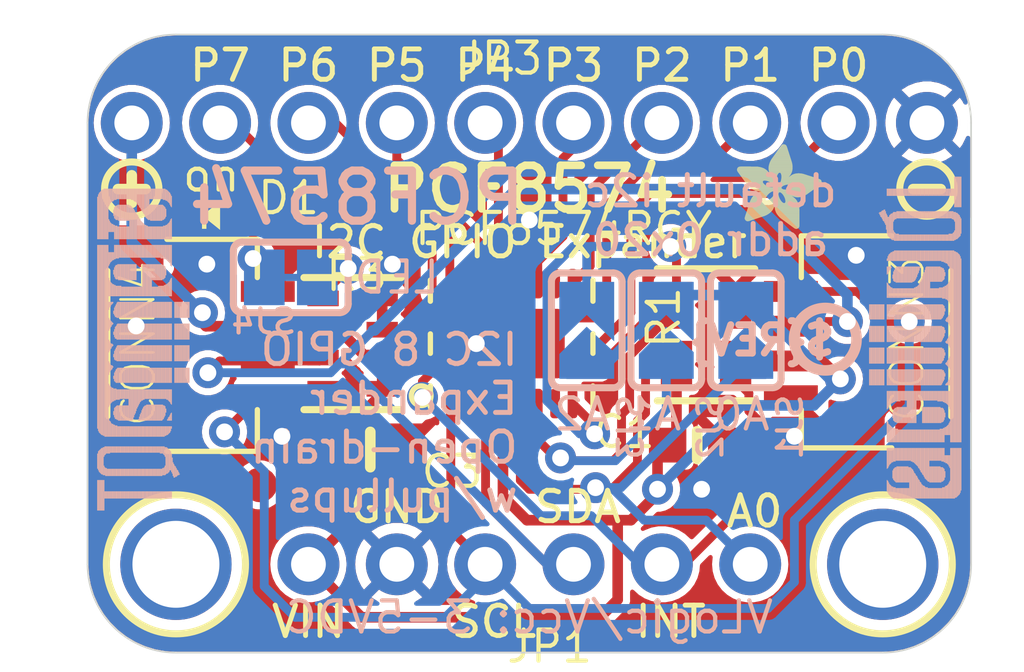
<source format=kicad_pcb>
(kicad_pcb (version 20221018) (generator pcbnew)
  (layers (0 "F.Cu" signal) (31 "B.Cu" signal) (34 "B.Paste" user) (35 "F.Paste" user) (36 "B.SilkS" user "B.Silkscreen") (37 "F.SilkS" user "F.Silkscreen") (38 "B.Mask" user) (39 "F.Mask" user) (44 "Edge.Cuts" user))
  (net 0 "")
  (net 1 "GND")
  (net 2 "SDA")
  (net 3 "SCL")
  (net 4 "INT")
  (net 5 "VCC")
  (net 6 "N$1")
  (net 7 "A0")
  (net 8 "A1")
  (net 9 "A2")
  (net 10 "P0")
  (net 11 "P1")
  (net 12 "P2")
  (net 13 "P3")
  (net 14 "P4")
  (net 15 "P5")
  (net 16 "P6")
  (net 17 "P7")
  (net 18 "N$2")
  (net 19 "N$3")
  (footprint "working:MOUNTINGHOLE_2.5_PLATED" (layer "F.Cu") (at 138.3411 111.3536)
    (fp_text reference "U$19" hide)
    (fp_text value "MOUNTINGHOLE2.5" hide)
    (pad "P$1" thru_hole circle (at 0 0) (size 3.2 3.2) (drill 2.5) (layers "*.Cu" "*.Mask"))
    (zone (net 0) (net_name "") (layer "F.Cu") (connect_pads (clearance 0)) (min_thickness 0.25)
      (keepout (tracks not_allowed) (vias not_allowed) (pads not_allowed) (copperpour not_allowed) (footprints allowed))
      (fill (thermal_gap 0.5) (thermal_bridge_width 0.5))
      (polygon (pts (xy 140.3571 111.3536) (xy 140.33748 111.073027) (xy 140.279004 110.797915) (xy 140.182808 110.533619) (xy 140.050765 110.285283) (xy 139.885446 110.05774) (xy 139.690067 109.85542) (xy 139.468433 109.68226) (xy 139.224856 109.541631) (xy 138.964078 109.43627) (xy 138.691175 109.368228) (xy 138.411457 109.338828) (xy 138.130371 109.348644) (xy 137.853385 109.397484) (xy 137.585893 109.484397) (xy 137.3331 109.607693) (xy 137.099926 109.76497) (xy 136.890911 109.953169) (xy 136.710122 110.168625) (xy 136.561078 110.407145) (xy 136.44668 110.664087) (xy 136.369154 110.93445) (xy 136.330011 111.212971) (xy 136.330011 111.494229) (xy 136.369154 111.77275) (xy 136.44668 112.043113) (xy 136.561078 112.300055) (xy 136.710122 112.538575) (xy 136.890911 112.754031) (xy 137.099926 112.94223) (xy 137.3331 113.099507) (xy 137.585893 113.222803) (xy 137.853385 113.309716) (xy 138.130371 113.358556) (xy 138.411457 113.368372) (xy 138.691175 113.338972) (xy 138.964078 113.27093) (xy 139.224856 113.165569) (xy 139.468433 113.02494) (xy 139.690067 112.85178) (xy 139.885446 112.64946) (xy 140.050765 112.421917) (xy 140.182808 112.173581) (xy 140.279004 111.909285) (xy 140.33748 111.634173)))
      (polygon (pts (xy 138.3251 111.3536) (xy 138.329786 111.364914) (xy 138.3411 111.3696) (xy 138.352414 111.364914) (xy 138.3571 111.3536) (xy 138.352414 111.342286) (xy 138.3411 111.3376) (xy 138.329786 111.342286)))
    )
    (zone (net 0) (net_name "") (layer "B.Cu") (connect_pads (clearance 0)) (min_thickness 0.25)
      (keepout (tracks not_allowed) (vias not_allowed) (pads not_allowed) (copperpour not_allowed) (footprints allowed))
      (fill (thermal_gap 0.5) (thermal_bridge_width 0.5))
      (polygon (pts (xy 140.3571 111.3536) (xy 140.33748 111.073027) (xy 140.279004 110.797915) (xy 140.182808 110.533619) (xy 140.050765 110.285283) (xy 139.885446 110.05774) (xy 139.690067 109.85542) (xy 139.468433 109.68226) (xy 139.224856 109.541631) (xy 138.964078 109.43627) (xy 138.691175 109.368228) (xy 138.411457 109.338828) (xy 138.130371 109.348644) (xy 137.853385 109.397484) (xy 137.585893 109.484397) (xy 137.3331 109.607693) (xy 137.099926 109.76497) (xy 136.890911 109.953169) (xy 136.710122 110.168625) (xy 136.561078 110.407145) (xy 136.44668 110.664087) (xy 136.369154 110.93445) (xy 136.330011 111.212971) (xy 136.330011 111.494229) (xy 136.369154 111.77275) (xy 136.44668 112.043113) (xy 136.561078 112.300055) (xy 136.710122 112.538575) (xy 136.890911 112.754031) (xy 137.099926 112.94223) (xy 137.3331 113.099507) (xy 137.585893 113.222803) (xy 137.853385 113.309716) (xy 138.130371 113.358556) (xy 138.411457 113.368372) (xy 138.691175 113.338972) (xy 138.964078 113.27093) (xy 139.224856 113.165569) (xy 139.468433 113.02494) (xy 139.690067 112.85178) (xy 139.885446 112.64946) (xy 140.050765 112.421917) (xy 140.182808 112.173581) (xy 140.279004 111.909285) (xy 140.33748 111.634173)))
      (polygon (pts (xy 138.3251 111.3536) (xy 138.329786 111.364914) (xy 138.3411 111.3696) (xy 138.352414 111.364914) (xy 138.3571 111.3536) (xy 138.352414 111.342286) (xy 138.3411 111.3376) (xy 138.329786 111.342286)))
    )
  )
  (footprint "working:MOUNTINGHOLE_2.5_PLATED" (layer "F.Cu") (at 158.6611 111.3536)
    (fp_text reference "U$21" hide)
    (fp_text value "MOUNTINGHOLE2.5" hide)
    (pad "P$1" thru_hole circle (at 0 0) (size 3.2 3.2) (drill 2.5) (layers "*.Cu" "*.Mask"))
    (zone (net 0) (net_name "") (layer "F.Cu") (connect_pads (clearance 0)) (min_thickness 0.25)
      (keepout (tracks not_allowed) (vias not_allowed) (pads not_allowed) (copperpour not_allowed) (footprints allowed))
      (fill (thermal_gap 0.5) (thermal_bridge_width 0.5))
      (polygon (pts (xy 160.6771 111.3536) (xy 160.65748 111.073027) (xy 160.599004 110.797915) (xy 160.502808 110.533619) (xy 160.370765 110.285283) (xy 160.205446 110.05774) (xy 160.010067 109.85542) (xy 159.788433 109.68226) (xy 159.544856 109.541631) (xy 159.284078 109.43627) (xy 159.011175 109.368228) (xy 158.731457 109.338828) (xy 158.450371 109.348644) (xy 158.173385 109.397484) (xy 157.905893 109.484397) (xy 157.6531 109.607693) (xy 157.419926 109.76497) (xy 157.210911 109.953169) (xy 157.030122 110.168625) (xy 156.881078 110.407145) (xy 156.76668 110.664087) (xy 156.689154 110.93445) (xy 156.650011 111.212971) (xy 156.650011 111.494229) (xy 156.689154 111.77275) (xy 156.76668 112.043113) (xy 156.881078 112.300055) (xy 157.030122 112.538575) (xy 157.210911 112.754031) (xy 157.419926 112.94223) (xy 157.6531 113.099507) (xy 157.905893 113.222803) (xy 158.173385 113.309716) (xy 158.450371 113.358556) (xy 158.731457 113.368372) (xy 159.011175 113.338972) (xy 159.284078 113.27093) (xy 159.544856 113.165569) (xy 159.788433 113.02494) (xy 160.010067 112.85178) (xy 160.205446 112.64946) (xy 160.370765 112.421917) (xy 160.502808 112.173581) (xy 160.599004 111.909285) (xy 160.65748 111.634173)))
      (polygon (pts (xy 158.6451 111.3536) (xy 158.649786 111.364914) (xy 158.6611 111.3696) (xy 158.672414 111.364914) (xy 158.6771 111.3536) (xy 158.672414 111.342286) (xy 158.6611 111.3376) (xy 158.649786 111.342286)))
    )
    (zone (net 0) (net_name "") (layer "B.Cu") (connect_pads (clearance 0)) (min_thickness 0.25)
      (keepout (tracks not_allowed) (vias not_allowed) (pads not_allowed) (copperpour not_allowed) (footprints allowed))
      (fill (thermal_gap 0.5) (thermal_bridge_width 0.5))
      (polygon (pts (xy 160.6771 111.3536) (xy 160.65748 111.073027) (xy 160.599004 110.797915) (xy 160.502808 110.533619) (xy 160.370765 110.285283) (xy 160.205446 110.05774) (xy 160.010067 109.85542) (xy 159.788433 109.68226) (xy 159.544856 109.541631) (xy 159.284078 109.43627) (xy 159.011175 109.368228) (xy 158.731457 109.338828) (xy 158.450371 109.348644) (xy 158.173385 109.397484) (xy 157.905893 109.484397) (xy 157.6531 109.607693) (xy 157.419926 109.76497) (xy 157.210911 109.953169) (xy 157.030122 110.168625) (xy 156.881078 110.407145) (xy 156.76668 110.664087) (xy 156.689154 110.93445) (xy 156.650011 111.212971) (xy 156.650011 111.494229) (xy 156.689154 111.77275) (xy 156.76668 112.043113) (xy 156.881078 112.300055) (xy 157.030122 112.538575) (xy 157.210911 112.754031) (xy 157.419926 112.94223) (xy 157.6531 113.099507) (xy 157.905893 113.222803) (xy 158.173385 113.309716) (xy 158.450371 113.358556) (xy 158.731457 113.368372) (xy 159.011175 113.338972) (xy 159.284078 113.27093) (xy 159.544856 113.165569) (xy 159.788433 113.02494) (xy 160.010067 112.85178) (xy 160.205446 112.64946) (xy 160.370765 112.421917) (xy 160.502808 112.173581) (xy 160.599004 111.909285) (xy 160.65748 111.634173)))
      (polygon (pts (xy 158.6451 111.3536) (xy 158.649786 111.364914) (xy 158.6611 111.3696) (xy 158.672414 111.364914) (xy 158.6771 111.3536) (xy 158.672414 111.342286) (xy 158.6611 111.3376) (xy 158.649786 111.342286)))
    )
  )
  (footprint "working:VQFN20_3.5X4.5" (layer "F.Cu") (at 147.9931 105.0036 90)
    (fp_text reference "IC1")
    (fp_text value "PCF8574RGY" (at 3.302003 5.842003) (layer "F.SilkS") (effects (font (size 0.89662 0.89662) (thickness 0.11938)) (justify right)))
    (pad "1" smd roundrect (at -0.75 -2.225 270) (size 0.28 0.85) (layers "F.Cu" "F.Paste" "F.Mask") (roundrect_rratio 0.35) (net 4 "INT"))
    (pad "2" smd roundrect (at -1.725 -1.75) (size 0.28 0.85) (layers "F.Cu" "F.Paste" "F.Mask") (roundrect_rratio 0.35) (net 3 "SCL"))
    (pad "3" smd roundrect (at -1.725 -1.25) (size 0.28 0.85) (layers "F.Cu" "F.Paste" "F.Mask") (roundrect_rratio 0.35))
    (pad "4" smd roundrect (at -1.725 -0.75) (size 0.28 0.85) (layers "F.Cu" "F.Paste" "F.Mask") (roundrect_rratio 0.35) (net 2 "SDA"))
    (pad "5" smd roundrect (at -1.725 -0.25) (size 0.28 0.85) (layers "F.Cu" "F.Paste" "F.Mask") (roundrect_rratio 0.35) (net 5 "VCC"))
    (pad "6" smd roundrect (at -1.725 0.25) (size 0.28 0.85) (layers "F.Cu" "F.Paste" "F.Mask") (roundrect_rratio 0.35) (net 7 "A0"))
    (pad "7" smd roundrect (at -1.725 0.75) (size 0.28 0.85) (layers "F.Cu" "F.Paste" "F.Mask") (roundrect_rratio 0.35) (net 8 "A1"))
    (pad "8" smd roundrect (at -1.725 1.25) (size 0.28 0.85) (layers "F.Cu" "F.Paste" "F.Mask") (roundrect_rratio 0.35))
    (pad "9" smd roundrect (at -1.725 1.75) (size 0.28 0.85) (layers "F.Cu" "F.Paste" "F.Mask") (roundrect_rratio 0.35) (net 9 "A2"))
    (pad "10" smd roundrect (at -0.75 2.225 270) (size 0.28 0.85) (layers "F.Cu" "F.Paste" "F.Mask") (roundrect_rratio 0.35) (net 10 "P0"))
    (pad "11" smd roundrect (at 0.75 2.225 270) (size 0.28 0.85) (layers "F.Cu" "F.Paste" "F.Mask") (roundrect_rratio 0.35) (net 11 "P1"))
    (pad "12" smd roundrect (at 1.725 1.75) (size 0.28 0.85) (layers "F.Cu" "F.Paste" "F.Mask") (roundrect_rratio 0.35) (net 12 "P2"))
    (pad "13" smd roundrect (at 1.725 1.25) (size 0.28 0.85) (layers "F.Cu" "F.Paste" "F.Mask") (roundrect_rratio 0.35))
    (pad "14" smd roundrect (at 1.725 0.75) (size 0.28 0.85) (layers "F.Cu" "F.Paste" "F.Mask") (roundrect_rratio 0.35) (net 13 "P3"))
    (pad "15" smd roundrect (at 1.725 0.25) (size 0.28 0.85) (layers "F.Cu" "F.Paste" "F.Mask") (roundrect_rratio 0.35) (net 1 "GND"))
    (pad "16" smd roundrect (at 1.725 -0.25) (size 0.28 0.85) (layers "F.Cu" "F.Paste" "F.Mask") (roundrect_rratio 0.35) (net 14 "P4"))
    (pad "17" smd roundrect (at 1.725 -0.75) (size 0.28 0.85) (layers "F.Cu" "F.Paste" "F.Mask") (roundrect_rratio 0.35) (net 15 "P5"))
    (pad "18" smd roundrect (at 1.725 -1.25) (size 0.28 0.85) (layers "F.Cu" "F.Paste" "F.Mask") (roundrect_rratio 0.35))
    (pad "19" smd roundrect (at 1.725 -1.75) (size 0.28 0.85) (layers "F.Cu" "F.Paste" "F.Mask") (roundrect_rratio 0.35) (net 16 "P6"))
    (pad "20" smd roundrect (at 0.75 -2.225 270) (size 0.28 0.85) (layers "F.Cu" "F.Paste" "F.Mask") (roundrect_rratio 0.35) (net 17 "P7"))
    (pad "21" smd roundrect (at 0 0 90) (size 2 3.05) (layers "F.Cu" "F.Mask") (roundrect_rratio 0.1) (net 1 "GND"))
  )
  (footprint "working:FIDUCIAL_1MM" (layer "F.Cu") (at 158.0261 100.8126)
    (fp_text reference "FID4" hide)
    (fp_text value "FIDUCIAL_1MM" hide)
    (pad "1" smd roundrect (at 0 0) (size 1 1) (layers "F.Cu" "F.Mask") (roundrect_rratio 0.5))
  )
  (footprint "working:RESPACK_4X0603" (layer "F.Cu") (at 143.4211 105.0036 -90)
    (fp_text reference "R3" (at -1.981 0.838) (layer "F.SilkS") (effects (font (size 0.896031 0.896031) (thickness 0.119969)) (justify left)))
    (fp_text value "10K")
    (pad "1" smd rect (at -1.3 0.85 270) (size 0.45 0.9) (layers "F.Cu" "F.Paste" "F.Mask") (net 6 "N$1"))
    (pad "2" smd rect (at -0.4 0.85 270) (size 0.45 0.9) (layers "F.Cu" "F.Paste" "F.Mask") (net 5 "VCC"))
    (pad "3" smd rect (at 0.4 0.85 270) (size 0.45 0.9) (layers "F.Cu" "F.Paste" "F.Mask") (net 2 "SDA"))
    (pad "4" smd rect (at 1.3 0.85 270) (size 0.45 0.9) (layers "F.Cu" "F.Paste" "F.Mask") (net 3 "SCL"))
    (pad "5" smd rect (at 1.3 -0.85 270) (size 0.45 0.9) (layers "F.Cu" "F.Paste" "F.Mask") (net 5 "VCC"))
    (pad "6" smd rect (at 0.4 -0.85 270) (size 0.45 0.9) (layers "F.Cu" "F.Paste" "F.Mask") (net 5 "VCC"))
    (pad "7" smd rect (at -0.4 -0.85 270) (size 0.45 0.9) (layers "F.Cu" "F.Paste" "F.Mask") (net 18 "N$2"))
    (pad "8" smd rect (at -1.3 -0.85 270) (size 0.45 0.9) (layers "F.Cu" "F.Paste" "F.Mask") (net 18 "N$2"))
  )
  (footprint "working:FIDUCIAL_1MM" (layer "F.Cu") (at 140.7541 109.0676)
    (fp_text reference "FID3" hide)
    (fp_text value "FIDUCIAL_1MM" hide)
    (pad "1" smd roundrect (at 0 0) (size 1 1) (layers "F.Cu" "F.Mask") (roundrect_rratio 0.5))
  )
  (footprint "working:JST_SH4" (layer "F.Cu") (at 138.4681 105.0036 -90)
    (fp_text reference "CONN4" (at -2.441 1.212 90) (layer "F.SilkS") (effects (font (size 0.941222 0.941222) (thickness 0.074778)) (justify right)))
    (fp_text value "STEMMA_I2C_QT" hide)
    (pad "1" smd rect (at -1.5 -2.514) (size 1.55 0.6) (layers "F.Cu" "F.Paste" "F.Mask") (net 1 "GND"))
    (pad "2" smd rect (at -0.5 -2.514) (size 1.55 0.6) (layers "F.Cu" "F.Paste" "F.Mask") (net 5 "VCC"))
    (pad "3" smd rect (at 0.5 -2.514) (size 1.55 0.6) (layers "F.Cu" "F.Paste" "F.Mask") (net 2 "SDA"))
    (pad "4" smd rect (at 1.5 -2.514) (size 1.55 0.6) (layers "F.Cu" "F.Paste" "F.Mask") (net 3 "SCL"))
    (pad "MT1" smd rect (at -2.8 1.386) (size 1.8 1.2) (layers "F.Cu" "F.Paste" "F.Mask") (net 1 "GND"))
    (pad "MT2" smd rect (at 2.8 1.386) (size 1.8 1.2) (layers "F.Cu" "F.Paste" "F.Mask") (net 1 "GND"))
  )
  (footprint "working:CHIPLED_0603_NOOUTLINE" (layer "F.Cu") (at 139.3571 101.3206 90)
    (fp_text reference "D1" (at 0.508 3.175) (layer "F.SilkS") (effects (font (size 0.896031 0.896031) (thickness 0.119969)) (justify right)))
    (fp_text value "GREEN")
    (pad "A" smd rect (at 0 0.75 90) (size 0.8 0.8) (layers "F.Cu" "F.Paste" "F.Mask") (net 19 "N$3"))
    (pad "C" smd rect (at 0 -0.75 90) (size 0.8 0.8) (layers "F.Cu" "F.Paste" "F.Mask") (net 1 "GND"))
  )
  (footprint "working:JST_SH4" (layer "F.Cu") (at 158.5341 105.0036 90)
    (fp_text reference "CONN3" (at -2.314 0.831 90) (layer "F.SilkS") (effects (font (size 0.941222 0.941222) (thickness 0.074778)) (justify left)))
    (fp_text value "STEMMA_I2C_QT" hide)
    (pad "1" smd rect (at -1.5 -2.514 180) (size 1.55 0.6) (layers "F.Cu" "F.Paste" "F.Mask") (net 1 "GND"))
    (pad "2" smd rect (at -0.5 -2.514 180) (size 1.55 0.6) (layers "F.Cu" "F.Paste" "F.Mask") (net 5 "VCC"))
    (pad "3" smd rect (at 0.5 -2.514 180) (size 1.55 0.6) (layers "F.Cu" "F.Paste" "F.Mask") (net 2 "SDA"))
    (pad "4" smd rect (at 1.5 -2.514 180) (size 1.55 0.6) (layers "F.Cu" "F.Paste" "F.Mask") (net 3 "SCL"))
    (pad "MT1" smd rect (at -2.8 1.386 180) (size 1.8 1.2) (layers "F.Cu" "F.Paste" "F.Mask") (net 1 "GND"))
    (pad "MT2" smd rect (at 2.8 1.386 180) (size 1.8 1.2) (layers "F.Cu" "F.Paste" "F.Mask") (net 1 "GND"))
  )
  (footprint "working:SYMBOL_PLUS" (layer "F.Cu") (at 137.0711 100.5586)
    (fp_text reference "U$11" hide)
    (fp_text value "" hide)
  )
  (footprint "working:0603-NO" (layer "F.Cu") (at 153.3271 107.9246)
    (fp_text reference "C1" (at -1.143 -0.381) (layer "F.SilkS") (effects (font (size 0.896031 0.896031) (thickness 0.119969)) (justify right)))
    (fp_text value "0.1uF")
    (pad "1" smd rect (at -0.85 0) (size 1.075 1) (layers "F.Cu" "F.Paste" "F.Mask") (net 5 "VCC"))
    (pad "2" smd rect (at 0.85 0) (size 1.075 1) (layers "F.Cu" "F.Paste" "F.Mask") (net 1 "GND"))
  )
  (footprint "working:SYMBOL_MINUS" (layer "F.Cu") (at 159.9311 100.5586)
    (fp_text reference "U$9" hide)
    (fp_text value "" hide)
  )
  (footprint "working:1X06_ROUND_70" (layer "F.Cu") (at 148.5011 111.3536)
    (fp_text reference "JP1" (at -0.7112 2.3622) (layer "F.SilkS") (effects (font (size 0.896031 0.896031) (thickness 0.119969)) (justify left)))
    (fp_text value "")
    (pad "1" thru_hole circle (at -6.35 0 90) (size 1.778 1.778) (drill 1) (layers "*.Cu" "*.Mask") (net 5 "VCC"))
    (pad "2" thru_hole circle (at -3.81 0 90) (size 1.778 1.778) (drill 1) (layers "*.Cu" "*.Mask") (net 1 "GND"))
    (pad "3" thru_hole circle (at -1.27 0 90) (size 1.778 1.778) (drill 1) (layers "*.Cu" "*.Mask") (net 3 "SCL"))
    (pad "4" thru_hole circle (at 1.27 0 90) (size 1.778 1.778) (drill 1) (layers "*.Cu" "*.Mask") (net 2 "SDA"))
    (pad "5" thru_hole circle (at 3.81 0 90) (size 1.778 1.778) (drill 1) (layers "*.Cu" "*.Mask") (net 4 "INT"))
    (pad "6" thru_hole circle (at 6.35 0 90) (size 1.778 1.778) (drill 1) (layers "*.Cu" "*.Mask") (net 7 "A0"))
  )
  (footprint "working:RESPACK_4X0603" (layer "F.Cu") (at 153.5811 104.7496 90)
    (fp_text reference "R1" (at -0.457 -1.219 90) (layer "F.SilkS") (effects (font (size 0.896031 0.896031) (thickness 0.119969)) (justify left)))
    (fp_text value "10K")
    (pad "1" smd rect (at -1.3 0.85 90) (size 0.45 0.9) (layers "F.Cu" "F.Paste" "F.Mask") (net 4 "INT"))
    (pad "2" smd rect (at -0.4 0.85 90) (size 0.45 0.9) (layers "F.Cu" "F.Paste" "F.Mask") (net 1 "GND"))
    (pad "3" smd rect (at 0.4 0.85 90) (size 0.45 0.9) (layers "F.Cu" "F.Paste" "F.Mask") (net 1 "GND"))
    (pad "4" smd rect (at 1.3 0.85 90) (size 0.45 0.9) (layers "F.Cu" "F.Paste" "F.Mask") (net 1 "GND"))
    (pad "5" smd rect (at 1.3 -0.85 90) (size 0.45 0.9) (layers "F.Cu" "F.Paste" "F.Mask") (net 9 "A2"))
    (pad "6" smd rect (at 0.4 -0.85 90) (size 0.45 0.9) (layers "F.Cu" "F.Paste" "F.Mask") (net 8 "A1"))
    (pad "7" smd rect (at -0.4 -0.85 90) (size 0.45 0.9) (layers "F.Cu" "F.Paste" "F.Mask") (net 7 "A0"))
    (pad "8" smd rect (at -1.3 -0.85 90) (size 0.45 0.9) (layers "F.Cu" "F.Paste" "F.Mask") (net 5 "VCC"))
  )
  (footprint "working:0805-NO" (layer "F.Cu") (at 143.9291 108.0516)
    (fp_text reference "C3" (at 1.397 0.635) (layer "F.SilkS") (effects (font (size 0.896031 0.896031) (thickness 0.119969)) (justify left)))
    (fp_text value "10uF")
    (pad "1" smd rect (at -0.95 0) (size 1.24 1.5) (layers "F.Cu" "F.Paste" "F.Mask") (net 5 "VCC"))
    (pad "2" smd rect (at 0.95 0) (size 1.24 1.5) (layers "F.Cu" "F.Paste" "F.Mask") (net 1 "GND"))
  )
  (footprint "working:1X10_ROUND70" (layer "F.Cu") (at 148.5011 98.6536 180)
    (fp_text reference "JP3" (at -0.4572 1.8542) (layer "F.SilkS") (effects (font (size 0.896031 0.896031) (thickness 0.119969)) (justify right)))
    (fp_text value "")
    (pad "1" thru_hole circle (at -11.43 0 270) (size 1.778 1.778) (drill 1) (layers "*.Cu" "*.Mask") (net 1 "GND"))
    (pad "2" thru_hole circle (at -8.89 0 270) (size 1.778 1.778) (drill 1) (layers "*.Cu" "*.Mask") (net 10 "P0"))
    (pad "3" thru_hole circle (at -6.35 0 270) (size 1.778 1.778) (drill 1) (layers "*.Cu" "*.Mask") (net 11 "P1"))
    (pad "4" thru_hole circle (at -3.81 0 270) (size 1.778 1.778) (drill 1) (layers "*.Cu" "*.Mask") (net 12 "P2"))
    (pad "5" thru_hole circle (at -1.27 0 270) (size 1.778 1.778) (drill 1) (layers "*.Cu" "*.Mask") (net 13 "P3"))
    (pad "6" thru_hole circle (at 1.27 0 270) (size 1.778 1.778) (drill 1) (layers "*.Cu" "*.Mask") (net 14 "P4"))
    (pad "7" thru_hole circle (at 3.81 0 270) (size 1.778 1.778) (drill 1) (layers "*.Cu" "*.Mask") (net 15 "P5"))
    (pad "8" thru_hole circle (at 6.35 0 270) (size 1.778 1.778) (drill 1) (layers "*.Cu" "*.Mask") (net 16 "P6"))
    (pad "9" thru_hole circle (at 8.89 0 270) (size 1.778 1.778) (drill 1) (layers "*.Cu" "*.Mask") (net 17 "P7"))
    (pad "10" thru_hole circle (at 11.43 0 270) (size 1.778 1.778) (drill 1) (layers "*.Cu" "*.Mask") (net 5 "VCC"))
  )
  (footprint "working:ADAFRUIT_2.5MM" (layer "F.Cu") (at 154.4701 101.7016)
    (fp_text reference "U$8" hide)
    (fp_text value "" hide)
  )
  (footprint "working:SOLDERJUMPER_CLOSEDWIRE" (layer "B.Cu") (at 141.6431 103.0986)
    (fp_text reference "SJ4" (at -1.778 1.27) (layer "B.SilkS") (effects (font (size 0.692831 0.692831) (thickness 0.119969)) (justify right mirror)))
    (fp_text value "")
    (pad "1" smd rect (at -0.762 0) (size 1.1684 1.6002) (layers "B.Cu") (net 19 "N$3"))
    (pad "2" smd rect (at 0.762 0) (size 1.1684 1.6002) (layers "B.Cu") (net 6 "N$1"))
    (pad "WIRE" smd rect (at 0 0 180) (size 0.635 0.2032) (layers "B.Cu"))
  )
  (footprint "working:SOLDERJUMPER_ARROW_NOPASTE" (layer "B.Cu") (at 154.7241 104.6226 90)
    (fp_text reference "SJ1" (at -1.778 1.27 90) (layer "B.SilkS") (effects (font (size 0.692831 0.692831) (thickness 0.119969)) (justify left mirror)))
    (fp_text value "")
    (fp_poly (pts (xy 0.106121 -0.002663) (xy -0.679416 -0.7882) (xy -1.3946 -0.7882) (xy -1.3946 0.7882) (xy -0.62715 0.7882)) (fill solid) (layer "B.Cu"))
    (fp_poly (pts (xy 1.3946 -0.7882) (xy -0.315893 -0.7882) (xy 0.443148 0) (xy -0.315893 0.7882) (xy 1.3946 0.7882)) (fill solid) (layer "B.Cu"))
    (pad "1" smd roundrect (at -1.016 0 90) (size 0.762 1.524) (layers "B.Cu") (net 7 "A0"))
    (pad "2" smd roundrect (at 1.016 0 90) (size 0.762 1.524) (layers "B.Cu") (net 5 "VCC"))
  )
  (footprint "working:PCBFEAT-REV-040" (layer "B.Cu") (at 157.0101 104.8766 180)
    (fp_text reference "U$25" hide)
    (fp_text value "" hide)
    (fp_text user "${REV}" (at -0.3556 -0.508) (layer "B.SilkS") (effects (font (size 0.8128 0.8128) (thickness 0.2032)) (justify left bottom mirror)))
  )
  (footprint "working:STEMMAQT" (layer "B.Cu") (at 158.2801 109.4486 90)
    (fp_text reference "U$30" hide)
    (fp_text value "" hide)
  )
  (footprint "working:SOLDERJUMPER_ARROW_NOPASTE" (layer "B.Cu") (at 152.4381 104.6226 90)
    (fp_text reference "SJ2" (at -1.778 1.27 90) (layer "B.SilkS") (effects (font (size 0.692831 0.692831) (thickness 0.119969)) (justify left mirror)))
    (fp_text value "")
    (fp_poly (pts (xy 0.106121 -0.002663) (xy -0.679416 -0.7882) (xy -1.3946 -0.7882) (xy -1.3946 0.7882) (xy -0.62715 0.7882)) (fill solid) (layer "B.Cu"))
    (fp_poly (pts (xy 1.3946 -0.7882) (xy -0.315893 -0.7882) (xy 0.443148 0) (xy -0.315893 0.7882) (xy 1.3946 0.7882)) (fill solid) (layer "B.Cu"))
    (pad "1" smd roundrect (at -1.016 0 90) (size 0.762 1.524) (layers "B.Cu") (net 8 "A1"))
    (pad "2" smd roundrect (at 1.016 0 90) (size 0.762 1.524) (layers "B.Cu") (net 5 "VCC"))
  )
  (footprint "working:STEMMAQT" (layer "B.Cu") (at 138.7221 100.5586 -90)
    (fp_text reference "U$31" hide)
    (fp_text value "" hide)
  )
  (footprint "working:SOLDERJUMPER_ARROW_NOPASTE" (layer "B.Cu") (at 150.1521 104.6226 90)
    (fp_text reference "SJ3" (at -1.778 1.27 90) (layer "B.SilkS") (effects (font (size 0.692831 0.692831) (thickness 0.119969)) (justify left mirror)))
    (fp_text value "")
    (fp_poly (pts (xy 0.106121 -0.002663) (xy -0.679416 -0.7882) (xy -1.3946 -0.7882) (xy -1.3946 0.7882) (xy -0.62715 0.7882)) (fill solid) (layer "B.Cu"))
    (fp_poly (pts (xy 1.3946 -0.7882) (xy -0.315893 -0.7882) (xy 0.443148 0) (xy -0.315893 0.7882) (xy 1.3946 0.7882)) (fill solid) (layer "B.Cu"))
    (pad "1" smd roundrect (at -1.016 0 90) (size 0.762 1.524) (layers "B.Cu") (net 5 "VCC"))
    (pad "2" smd roundrect (at 1.016 0 90) (size 0.762 1.524) (layers "B.Cu") (net 9 "A2"))
  )
  (gr_arc (start 161.2011 111.3536) (mid 160.457151 113.149651) (end 158.6611 113.8936) (stroke (width 0.05)) (layer "Edge.Cuts"))
  (gr_arc (start 158.6611 96.1136) (mid 160.457151 96.857549) (end 161.2011 98.6536) (stroke (width 0.05)) (layer "Edge.Cuts"))
  (gr_line (start 158.6611 96.1136) (end 138.3411 96.1136) (stroke (width 0.05)) (layer "Edge.Cuts"))
  (gr_line (start 161.2011 111.3536) (end 161.2011 98.6536) (stroke (width 0.05)) (layer "Edge.Cuts"))
  (gr_line (start 138.3411 113.8936) (end 158.6611 113.8936) (stroke (width 0.05)) (layer "Edge.Cuts"))
  (gr_arc (start 138.3411 113.8936) (mid 136.545049 113.149651) (end 135.8011 111.3536) (stroke (width 0.05)) (layer "Edge.Cuts"))
  (gr_arc (start 135.8011 98.6536) (mid 136.545049 96.857549) (end 138.3411 96.1136) (stroke (width 0.05)) (layer "Edge.Cuts"))
  (gr_line (start 135.8011 98.6536) (end 135.8011 111.3536) (stroke (width 0.05)) (layer "Edge.Cuts"))
  (gr_text "default i2c\naddr 0x20" (at 153.7081 101.3206) (layer "B.SilkS") (effects (font (size 0.87376 0.87376) (thickness 0.14224)) (justify mirror)))
  (gr_text "PCF8574" (at 143.5481 100.8126) (layer "B.SilkS") (effects (font (size 1.441704 1.441704) (thickness 0.234696)) (justify mirror)))
  (gr_text "A1" (at 152.0571 107.0356) (layer "B.SilkS") (effects (font (size 0.89408 0.89408) (thickness 0.12192)) (justify mirror)))
  (gr_text "VLogic/Vcc: 3-5VDC" (at 148.5011 112.8776) (layer "B.SilkS") (effects (font (size 0.89408 0.89408) (thickness 0.12192)) (justify mirror)))
  (gr_text "A0" (at 154.5971 107.0356) (layer "B.SilkS") (effects (font (size 0.89408 0.89408) (thickness 0.12192)) (justify mirror)))
  (gr_text "I2C 8 GPIO\nExpander\nOpen-drain\nw/pullups" (at 148.2471 107.2896) (layer "B.SilkS") (effects (font (size 0.87376 0.87376) (thickness 0.14224)) (justify left mirror)))
  (gr_text "A2" (at 150.0251 107.0356) (layer "B.SilkS") (effects (font (size 0.89408 0.89408) (thickness 0.12192)) (justify mirror)))
  (gr_text "LED" (at 144.6911 103.0986) (layer "B.SilkS") (effects (font (size 0.89408 0.89408) (thickness 0.12192)) (justify mirror)))
  (gr_text "PCF8574" (at 148.5011 100.5586) (layer "F.SilkS") (effects (font (size 1.25222 1.25222) (thickness 0.22098))))
  (gr_text "P4" (at 147.2311 97.0026) (layer "F.SilkS") (effects (font (size 0.87376 0.87376) (thickness 0.14224))))
  (gr_text "P7" (at 139.6111 97.0026) (layer "F.SilkS") (effects (font (size 0.87376 0.87376) (thickness 0.14224))))
  (gr_text "GND" (at 144.6911 109.7026) (layer "F.SilkS") (effects (font (size 0.87376 0.87376) (thickness 0.14224))))
  (gr_text "P0" (at 157.3911 97.0026) (layer "F.SilkS") (effects (font (size 0.87376 0.87376) (thickness 0.14224))))
  (gr_text "SDA" (at 149.8981 109.7026) (layer "F.SilkS") (effects (font (size 0.87376 0.87376) (thickness 0.14224))))
  (gr_text "A0" (at 154.9781 109.8296) (layer "F.SilkS") (effects (font (size 0.87376 0.87376) (thickness 0.14224))))
  (gr_text "P5" (at 144.6911 97.0026) (layer "F.SilkS") (effects (font (size 0.87376 0.87376) (thickness 0.14224))))
  (gr_text "INT" (at 152.5651 113.0046) (layer "F.SilkS") (effects (font (size 0.87376 0.87376) (thickness 0.14224))))
  (gr_text "on" (at 138.4681 100.6856) (layer "F.SilkS") (effects (font (size 0.89408 0.89408) (thickness 0.12192)) (justify left bottom)))
  (gr_text "P2" (at 152.3111 97.0026) (layer "F.SilkS") (effects (font (size 0.87376 0.87376) (thickness 0.14224))))
  (gr_text "VIN" (at 142.1511 113.0046) (layer "F.SilkS") (effects (font (size 0.87376 0.87376) (thickness 0.14224))))
  (gr_text "SCL" (at 147.4851 113.0046) (layer "F.SilkS") (effects (font (size 0.87376 0.87376) (thickness 0.14224))))
  (gr_text "P6" (at 142.1511 97.0026) (layer "F.SilkS") (effects (font (size 0.87376 0.87376) (thickness 0.14224))))
  (gr_text "I2C GPIO Expander" (at 148.5011 102.0826) (layer "F.SilkS") (effects (font (size 0.87376 0.87376) (thickness 0.14224))))
  (gr_text "P1" (at 154.8511 97.0026) (layer "F.SilkS") (effects (font (size 0.87376 0.87376) (thickness 0.14224))))
  (gr_text "P3" (at 149.7711 97.0026) (layer "F.SilkS") (effects (font (size 0.87376 0.87376) (thickness 0.14224))))
  (segment (start 148.2431 103.2786) (end 148.2431 104.7536) (width 0.3048) (layer "F.Cu") (net 1))
  (segment (start 147.9931 105.0036) (end 148.2431 104.7536) (width 0.3048) (layer "F.Cu") (net 1))
  (via (at 144.5641 102.7176) (size 0.889) (drill 0.4826) (layers "F.Cu" "B.Cu") (net 1))
  (via (at 146.9771 105.0036) (size 0.889) (drill 0.4826) (layers "F.Cu" "B.Cu") (net 1))
  (via (at 148.5011 101.4476) (size 0.889) (drill 0.4826) (layers "F.Cu" "B.Cu") (net 1))
  (via (at 139.2301 102.7176) (size 0.889) (drill 0.4826) (layers "F.Cu" "B.Cu") (net 1))
  (via (at 156.1211 107.6706) (size 0.889) (drill 0.4826) (layers "F.Cu" "B.Cu") (net 1))
  (via (at 157.8991 102.4636) (size 0.889) (drill 0.4826) (layers "F.Cu" "B.Cu") (net 1))
  (via (at 153.4541 109.1946) (size 0.889) (drill 0.4826) (layers "F.Cu" "B.Cu") (net 1))
  (via (at 141.3891 107.6706) (size 0.889) (drill 0.4826) (layers "F.Cu" "B.Cu") (net 1))
  (via (at 137.1981 104.4956) (size 0.889) (drill 0.4826) (layers "F.Cu" "B.Cu") (net 1))
  (segment (start 142.4711 105.5036) (end 142.5711 105.4036) (width 0.254) (layer "F.Cu") (net 2))
  (segment (start 147.2431 106.7286) (end 147.2431 109.5876) (width 0.254) (layer "F.Cu") (net 2))
  (segment (start 149.7711 111.3536) (end 149.0091 111.3536) (width 0.254) (layer "F.Cu") (net 2))
  (segment (start 156.0201 104.5036) (end 156.1551 104.3686) (width 0.254) (layer "F.Cu") (net 2))
  (segment (start 140.9821 105.5036) (end 139.598493 105.5036) (width 0.254) (layer "F.Cu") (net 2))
  (segment (start 140.9821 105.5036) (end 142.4711 105.5036) (width 0.254) (layer "F.Cu") (net 2))
  (segment (start 149.0091 111.3536) (end 147.2431 109.5876) (width 0.254) (layer "F.Cu") (net 2))
  (segment (start 139.598493 105.5036) (end 139.260293 105.8418) (width 0.254) (layer "F.Cu") (net 2))
  (segment (start 156.1551 104.3686) (end 157.6451 104.3686) (width 0.254) (layer "F.Cu") (net 2))
  (via (at 139.260293 105.8418) (size 0.889) (drill 0.4826) (layers "F.Cu" "B.Cu") (net 2))
  (via (at 157.6451 104.3686) (size 0.889) (drill 0.4826) (layers "F.Cu" "B.Cu") (net 2))
  (segment (start 157.6451 103.6066) (end 154.5971 100.5586) (width 0.3048) (layer "B.Cu") (net 2))
  (segment (start 142.7861 105.8418) (end 143.0401 105.5878) (width 0.254) (layer "B.Cu") (net 2))
  (segment (start 139.260293 105.8418) (end 142.7861 105.8418) (width 0.254) (layer "B.Cu") (net 2))
  (segment (start 143.0401 105.5878) (end 144.0053 104.6226) (width 0.254) (layer "B.Cu") (net 2))
  (segment (start 148.1201 100.5586) (end 144.0561 104.6226) (width 0.3048) (layer "B.Cu") (net 2))
  (segment (start 144.0053 104.6226) (end 144.0561 104.6226) (width 0.3048) (layer "B.Cu") (net 2))
  (segment (start 148.1201 100.5586) (end 154.5971 100.5586) (width 0.3048) (layer "B.Cu") (net 2))
  (segment (start 149.7711 111.3536) (end 149.0091 111.3536) (width 0.254) (layer "B.Cu") (net 2))
  (segment (start 149.0091 111.3536) (end 143.2433 105.5878) (width 0.254) (layer "B.Cu") (net 2))
  (segment (start 157.6451 103.6066) (end 157.6451 104.3686) (width 0.3048) (layer "B.Cu") (net 2))
  (segment (start 143.0401 105.5878) (end 143.2433 105.5878) (width 0.254) (layer "B.Cu") (net 2))
  (segment (start 158.7881 104.3686) (end 159.4231 104.3686) (width 0.254) (layer "F.Cu") (net 3))
  (segment (start 140.7781 106.5036) (end 139.7381 107.5436) (width 0.254) (layer "F.Cu") (net 3))
  (segment (start 140.9821 106.5036) (end 142.3711 106.5036) (width 0.254) (layer "F.Cu") (net 3))
  (segment (start 156.0201 103.5036) (end 157.9231 103.5036) (width 0.254) (layer "F.Cu") (net 3))
  (segment (start 158.7881 104.3686) (end 157.9231 103.5036) (width 0.254) (layer "F.Cu") (net 3))
  (segment (start 147.2311 111.3536) (end 146.2431 110.3656) (width 0.254) (layer "F.Cu") (net 3))
  (segment (start 140.9821 106.5036) (end 140.7781 106.5036) (width 0.254) (layer "F.Cu") (net 3))
  (segment (start 146.2431 106.7286) (end 146.2431 110.3656) (width 0.254) (layer "F.Cu") (net 3))
  (segment (start 142.3711 106.5036) (end 142.5711 106.3036) (width 0.254) (layer "F.Cu") (net 3))
  (via (at 139.7381 107.5436) (size 0.889) (drill 0.4826) (layers "F.Cu" "B.Cu") (net 3))
  (via (at 159.4231 104.3686) (size 0.889) (drill 0.4826) (layers "F.Cu" "B.Cu") (net 3))
  (segment (start 139.7381 107.5436) (end 140.8811 108.6866) (width 0.254) (layer "B.Cu") (net 3))
  (segment (start 146.0881 112.8776) (end 141.7701 112.8776) (width 0.254) (layer "B.Cu") (net 3))
  (segment (start 148.5011 112.6236) (end 147.2311 111.3536) (width 0.254) (layer "B.Cu") (net 3))
  (segment (start 159.4231 106.7816) (end 156.1211 110.0836) (width 0.254) (layer "B.Cu") (net 3))
  (segment (start 140.8811 108.6866) (end 140.8811 111.9886) (width 0.254) (layer "B.Cu") (net 3))
  (segment (start 156.1211 110.0836) (end 156.1211 111.8616) (width 0.254) (layer "B.Cu") (net 3))
  (segment (start 147.2311 111.3536) (end 147.2311 111.7346) (width 0.254) (layer "B.Cu") (net 3))
  (segment (start 159.4231 104.3686) (end 159.4231 106.7816) (width 0.254) (layer "B.Cu") (net 3))
  (segment (start 141.7701 112.8776) (end 140.8811 111.9886) (width 0.254) (layer "B.Cu") (net 3))
  (segment (start 155.3591 112.6236) (end 148.5011 112.6236) (width 0.254) (layer "B.Cu") (net 3))
  (segment (start 147.2311 111.7346) (end 146.0881 112.8776) (width 0.254) (layer "B.Cu") (net 3))
  (segment (start 156.1211 111.8616) (end 155.3591 112.6236) (width 0.254) (layer "B.Cu") (net 3))
  (segment (start 155.1051 107.2316) (end 155.1051 109.1946) (width 0.254) (layer "F.Cu") (net 4))
  (segment (start 155.1051 107.2316) (end 154.8121 106.9386) (width 0.254) (layer "F.Cu") (net 4))
  (segment (start 145.429396 106.092304) (end 145.429396 106.551304) (width 0.254) (layer "F.Cu") (net 4))
  (segment (start 154.8121 106.4306) (end 154.8121 106.9386) (width 0.254) (layer "F.Cu") (net 4))
  (segment (start 145.7681 105.7536) (end 145.429396 106.092304) (width 0.254) (layer "F.Cu") (net 4))
  (segment (start 155.1051 109.1946) (end 152.9461 111.3536) (width 0.254) (layer "F.Cu") (net 4))
  (segment (start 154.4311 106.0496) (end 154.8121 106.4306) (width 0.254) (layer "F.Cu") (net 4))
  (segment (start 152.9461 111.3536) (end 152.3111 111.3536) (width 0.254) (layer "F.Cu") (net 4))
  (via (at 145.429396 106.551304) (size 0.889) (drill 0.4826) (layers "F.Cu" "B.Cu") (net 4))
  (segment (start 148.834693 109.9566) (end 150.2791 109.9566) (width 0.254) (layer "B.Cu") (net 4))
  (segment (start 151.6761 111.3536) (end 152.3111 111.3536) (width 0.254) (layer "B.Cu") (net 4))
  (segment (start 151.6761 111.3536) (end 150.2791 109.9566) (width 0.254) (layer "B.Cu") (net 4))
  (segment (start 145.429396 106.551304) (end 148.834693 109.9566) (width 0.254) (layer "B.Cu") (net 4))
  (segment (start 139.1031 104.1146) (end 139.1031 104.4026) (width 0.3048) (layer "F.Cu") (net 5))
  (segment (start 141.0821 104.6036) (end 140.9821 104.5036) (width 0.3048) (layer "F.Cu") (net 5))
  (segment (start 142.5711 104.6036) (end 143.0211 104.6036) (width 0.3048) (layer "F.Cu") (net 5))
  (segment (start 152.4771 107.9246) (end 152.5071 107.9246) (width 0.3048) (layer "F.Cu") (net 5))
  (segment (start 144.2711 106.4396) (end 144.2711 106.3036) (width 0.3048) (layer "F.Cu") (net 5))
  (segment (start 156.0201 105.5036) (end 156.9268 105.5036) (width 0.3048) (layer "F.Cu") (net 5))
  (segment (start 151.0411 112.3696) (end 150.5331 112.8776) (width 0.3048) (layer "F.Cu") (net 5))
  (segment (start 152.7311 107.7006) (end 152.5071 107.9246) (width 0.3048) (layer "F.Cu") (net 5))
  (segment (start 152.186446 109.192254) (end 152.186446 108.215254) (width 0.3048) (layer "F.Cu") (net 5))
  (segment (start 152.186446 109.319254) (end 152.186446 109.192254) (width 0.3048) (layer "F.Cu") (net 5))
  (segment (start 142.9791 110.5256) (end 142.1511 111.3536) (width 0.3048) (layer "F.Cu") (net 5))
  (segment (start 152.186446 108.215254) (end 152.4771 107.9246) (width 0.3048) (layer "F.Cu") (net 5))
  (segment (start 143.6751 112.8776) (end 150.5331 112.8776) (width 0.3048) (layer "F.Cu") (net 5))
  (segment (start 142.9791 108.0516) (end 142.9791 107.7316) (width 0.3048) (layer "F.Cu") (net 5))
  (segment (start 143.8211 105.4036) (end 144.2711 105.4036) (width 0.3048) (layer "F.Cu") (net 5))
  (segment (start 143.0211 104.6036) (end 143.8211 105.4036) (width 0.3048) (layer "F.Cu") (net 5))
  (segment (start 144.2711 106.3036) (end 144.2711 105.4036) (width 0.3048) (layer "F.Cu") (net 5))
  (segment (start 142.5711 104.6036) (end 141.0821 104.6036) (width 0.3048) (layer "F.Cu") (net 5))
  (segment (start 151.0411 110.0836) (end 151.4221 110.0836) (width 0.3048) (layer "F.Cu") (net 5))
  (segment (start 147.7431 106.7286) (end 147.7431 109.3956) (width 0.3048) (layer "F.Cu") (net 5))
  (segment (start 139.2041 104.5036) (end 139.1031 104.4026) (width 0.3048) (layer "F.Cu") (net 5))
  (segment (start 142.9791 107.7316) (end 144.2711 106.4396) (width 0.3048) (layer "F.Cu") (net 5))
  (segment (start 156.9268 105.5036) (end 157.4428 106.0196) (width 0.3048) (layer "F.Cu") (net 5))
  (segment (start 139.2041 104.5036) (end 140.9821 104.5036) (width 0.3048) (layer "F.Cu") (net 5))
  (segment (start 142.9791 108.0516) (end 142.9791 110.5256) (width 0.3048) (layer "F.Cu") (net 5))
  (segment (start 151.4221 110.0836) (end 152.186446 109.319254) (width 0.3048) (layer "F.Cu") (net 5))
  (segment (start 151.0411 110.0836) (end 151.0411 112.3696) (width 0.3048) (layer "F.Cu") (net 5))
  (segment (start 148.4311 110.0836) (end 151.0411 110.0836) (width 0.3048) (layer "F.Cu") (net 5))
  (segment (start 147.7431 109.3956) (end 148.4311 110.0836) (width 0.3048) (layer "F.Cu") (net 5))
  (segment (start 152.7311 107.7006) (end 152.7311 106.0496) (width 0.3048) (layer "F.Cu") (net 5))
  (segment (start 142.1511 111.3536) (end 143.6751 112.8776) (width 0.3048) (layer "F.Cu") (net 5))
  (via (at 152.186446 109.192254) (size 0.889) (drill 0.4826) (layers "F.Cu" "B.Cu") (net 5))
  (via (at 139.1031 104.1146) (size 0.889) (drill 0.4826) (layers "F.Cu" "B.Cu") (net 5))
  (via (at 157.4428 106.0196) (size 0.889) (drill 0.4826) (layers "F.Cu" "B.Cu") (net 5))
  (segment (start 150.6601 105.6386) (end 150.1521 105.6386) (width 0.3048) (layer "B.Cu") (net 5))
  (segment (start 154.7241 103.6066) (end 157.1879 106.0704) (width 0.3048) (layer "B.Cu") (net 5))
  (segment (start 154.5971 106.7816) (end 156.6808 106.7816) (width 0.3048) (layer "B.Cu") (net 5))
  (segment (start 157.1879 106.0704) (end 157.392 106.0704) (width 0.3048) (layer "B.Cu") (net 5))
  (segment (start 156.6808 106.7816) (end 157.392 106.0704) (width 0.3048) (layer "B.Cu") (net 5))
  (segment (start 152.4381 103.8606) (end 150.6601 105.6386) (width 0.3048) (layer "B.Cu") (net 5))
  (segment (start 139.1031 104.1146) (end 137.0711 102.0826) (width 0.3048) (layer "B.Cu") (net 5))
  (segment (start 152.186446 109.192254) (end 154.5971 106.7816) (width 0.3048) (layer "B.Cu") (net 5))
  (segment (start 152.4381 103.6066) (end 152.4381 103.8606) (width 0.3048) (layer "B.Cu") (net 5))
  (segment (start 157.392 106.0704) (end 157.4428 106.0196) (width 0.3048) (layer "B.Cu") (net 5))
  (segment (start 137.0711 102.0826) (end 137.0711 98.6536) (width 0.3048) (layer "B.Cu") (net 5))
  (segment (start 154.7241 103.6066) (end 152.4381 103.6066) (width 0.3048) (layer "B.Cu") (net 5))
  (segment (start 142.5711 103.5676) (end 143.2941 102.8446) (width 0.254) (layer "F.Cu") (net 6))
  (segment (start 142.5711 103.7036) (end 142.5711 103.5676) (width 0.254) (layer "F.Cu") (net 6))
  (via (at 143.2941 102.8446) (size 0.889) (drill 0.4826) (layers "F.Cu" "B.Cu") (net 6))
  (segment (start 142.4051 103.0986) (end 142.4051 102.9716) (width 0.254) (layer "B.Cu") (net 6))
  (segment (start 143.2941 102.8446) (end 142.9131 102.4636) (width 0.254) (layer "B.Cu") (net 6))
  (segment (start 142.4051 102.9716) (end 142.9131 102.4636) (width 0.254) (layer "B.Cu") (net 6))
  (segment (start 148.2431 108.9366) (end 148.5011 109.1946) (width 0.254) (layer "F.Cu") (net 7))
  (segment (start 150.358693 109.1946) (end 148.5011 109.1946) (width 0.254) (layer "F.Cu") (net 7))
  (segment (start 151.6094 108.451894) (end 150.912709 109.148585) (width 0.254) (layer "F.Cu") (net 7))
  (segment (start 148.2431 106.7286) (end 148.2431 108.9366) (width 0.254) (layer "F.Cu") (net 7))
  (segment (start 152.7311 105.1496) (end 152.3311 105.1496) (width 0.254) (layer "F.Cu") (net 7))
  (segment (start 151.8421 106.9966) (end 151.6094 107.2293) (width 0.254) (layer "F.Cu") (net 7))
  (segment (start 151.8421 105.6386) (end 151.8421 106.9966) (width 0.254) (layer "F.Cu") (net 7))
  (segment (start 152.3311 105.1496) (end 151.8421 105.6386) (width 0.254) (layer "F.Cu") (net 7))
  (segment (start 150.912709 109.148585) (end 150.404709 109.148585) (width 0.254) (layer "F.Cu") (net 7))
  (segment (start 151.6094 107.2293) (end 151.6094 108.451894) (width 0.254) (layer "F.Cu") (net 7))
  (segment (start 150.404709 109.148585) (end 150.358693 109.1946) (width 0.254) (layer "F.Cu") (net 7))
  (via (at 150.404709 109.148585) (size 0.889) (drill 0.4826) (layers "F.Cu" "B.Cu") (net 7))
  (segment (start 151.8031 110.0836) (end 153.5811 110.0836) (width 0.254) (layer "B.Cu") (net 7))
  (segment (start 153.5811 110.0836) (end 154.8511 111.3536) (width 0.254) (layer "B.Cu") (net 7))
  (segment (start 151.134521 109.148585) (end 150.868084 109.148585) (width 0.254) (layer "B.Cu") (net 7))
  (segment (start 150.868084 109.148585) (end 151.8031 110.0836) (width 0.254) (layer "B.Cu") (net 7))
  (segment (start 154.7241 105.6386) (end 154.644506 105.6386) (width 0.254) (layer "B.Cu") (net 7))
  (segment (start 154.644506 105.6386) (end 151.134521 109.148585) (width 0.254) (layer "B.Cu") (net 7))
  (segment (start 150.404709 109.148585) (end 150.868084 109.148585) (width 0.254) (layer "B.Cu") (net 7))
  (segment (start 149.317818 108.373882) (end 149.3988 108.2929) (width 0.254) (layer "F.Cu") (net 8))
  (segment (start 151.3849 105.353825) (end 151.3849 106.807219) (width 0.254) (layer "F.Cu") (net 8))
  (segment (start 151.1522 108.135513) (end 150.913831 108.373882) (width 0.254) (layer "F.Cu") (net 8))
  (segment (start 150.913831 108.373882) (end 149.342962 108.373882) (width 0.254) (layer "F.Cu") (net 8))
  (segment (start 148.7431 107.774019) (end 148.7431 106.7286) (width 0.254) (layer "F.Cu") (net 8))
  (segment (start 151.3849 106.807219) (end 151.1522 107.039919) (width 0.254) (layer "F.Cu") (net 8))
  (segment (start 152.389125 104.3496) (end 151.3849 105.353825) (width 0.254) (layer "F.Cu") (net 8))
  (segment (start 152.7311 104.3496) (end 152.389125 104.3496) (width 0.254) (layer "F.Cu") (net 8))
  (segment (start 151.1522 107.039919) (end 151.1522 108.135513) (width 0.254) (layer "F.Cu") (net 8))
  (segment (start 149.342962 108.373882) (end 149.317818 108.373882) (width 0.254) (layer "F.Cu") (net 8))
  (segment (start 149.342962 108.373882) (end 148.7431 107.774019) (width 0.254) (layer "F.Cu") (net 8))
  (via (at 149.3988 108.2929) (size 0.889) (drill 0.4826) (layers "F.Cu" "B.Cu") (net 8))
  (segment (start 150.972818 108.373882) (end 152.4381 106.9086) (width 0.254) (layer "B.Cu") (net 8))
  (segment (start 152.4381 106.9086) (end 152.4381 105.6386) (width 0.254) (layer "B.Cu") (net 8))
  (segment (start 150.972818 108.373882) (end 149.479781 108.373882) (width 0.254) (layer "B.Cu") (net 8))
  (segment (start 149.3988 108.2929) (end 149.479781 108.373882) (width 0.254) (layer "B.Cu") (net 8))
  (segment (start 152.7311 102.3756) (end 152.7311 103.4496) (width 0.254) (layer "F.Cu") (net 9))
  (segment (start 149.7431 106.7286) (end 150.2505 107.236) (width 0.254) (layer "F.Cu") (net 9))
  (segment (start 150.2505 107.599182) (end 150.3775 107.599182) (width 0.254) (layer "F.Cu") (net 9))
  (segment (start 150.2505 107.236) (end 150.2505 107.599182) (width 0.254) (layer "F.Cu") (net 9))
  (segment (start 152.5651 102.2096) (end 152.7311 102.3756) (width 0.254) (layer "F.Cu") (net 9))
  (via (at 152.5651 102.2096) (size 0.889) (drill 0.4826) (layers "F.Cu" "B.Cu") (net 9))
  (via (at 150.3775 107.599182) (size 0.889) (drill 0.4826) (layers "F.Cu" "B.Cu") (net 9))
  (segment (start 149.0091 102.9716) (end 149.7711 102.2096) (width 0.254) (layer "B.Cu") (net 9))
  (segment (start 149.0091 106.6546) (end 149.0091 102.9716) (width 0.254) (layer "B.Cu") (net 9))
  (segment (start 152.5651 102.2096) (end 150.2791 102.2096) (width 0.254) (layer "B.Cu") (net 9))
  (segment (start 149.7711 102.2096) (end 152.5651 102.2096) (width 0.254) (layer "B.Cu") (net 9))
  (segment (start 150.1521 102.3366) (end 150.1521 103.6066) (width 0.254) (layer "B.Cu") (net 9))
  (segment (start 150.3775 107.599182) (end 149.953681 107.599182) (width 0.254) (layer "B.Cu") (net 9))
  (segment (start 150.2791 102.2096) (end 150.1521 102.3366) (width 0.254) (layer "B.Cu") (net 9))
  (segment (start 149.953681 107.599182) (end 149.0091 106.6546) (width 0.254) (layer "B.Cu") (net 9))
  (segment (start 151.974759 100.6856) (end 155.3591 100.6856) (width 0.254) (layer "F.Cu") (net 10))
  (segment (start 151.418378 104.118322) (end 150.2181 105.3186) (width 0.254) (layer "F.Cu") (net 10))
  (segment (start 151.418378 101.241982) (end 151.418378 104.118322) (width 0.254) (layer "F.Cu") (net 10))
  (segment (start 155.3591 100.6856) (end 157.3911 98.6536) (width 0.254) (layer "F.Cu") (net 10))
  (segment (start 151.974759 100.6856) (end 151.418378 101.241982) (width 0.254) (layer "F.Cu") (net 10))
  (segment (start 150.2181 105.7536) (end 150.2181 105.3186) (width 0.254) (layer "F.Cu") (net 10))
  (segment (start 150.7261 103.7456) (end 150.2181 104.2536) (width 0.254) (layer "F.Cu") (net 11))
  (segment (start 154.8511 98.6536) (end 153.4541 100.0506) (width 0.254) (layer "F.Cu") (net 11))
  (segment (start 150.7261 101.039632) (end 150.7261 103.7456) (width 0.254) (layer "F.Cu") (net 11))
  (segment (start 153.4541 100.0506) (end 151.715131 100.0506) (width 0.254) (layer "F.Cu") (net 11))
  (segment (start 151.715131 100.0506) (end 150.7261 101.039632) (width 0.254) (layer "F.Cu") (net 11))
  (segment (start 150.2511 100.614047) (end 150.2511 102.7706) (width 0.254) (layer "F.Cu") (net 12))
  (segment (start 150.2511 102.7706) (end 149.7431 103.2786) (width 0.254) (layer "F.Cu") (net 12))
  (segment (start 152.211546 98.6536) (end 150.2511 100.614047) (width 0.254) (layer "F.Cu") (net 12))
  (segment (start 152.3111 98.6536) (end 152.211546 98.6536) (width 0.254) (layer "F.Cu") (net 12))
  (segment (start 148.7431 103.2786) (end 148.7431 102.6436) (width 0.254) (layer "F.Cu") (net 13))
  (segment (start 149.7711 98.6536) (end 149.7711 99.370941) (width 0.254) (layer "F.Cu") (net 13))
  (segment (start 149.468718 101.917982) (end 148.7431 102.6436) (width 0.254) (layer "F.Cu") (net 13))
  (segment (start 149.468718 99.673322) (end 149.468718 101.917982) (width 0.254) (layer "F.Cu") (net 13))
  (segment (start 149.7711 99.370941) (end 149.468718 99.673322) (width 0.254) (layer "F.Cu") (net 13))
  (segment (start 147.7431 103.2786) (end 147.7431 101.8816) (width 0.254) (layer "F.Cu") (net 14))
  (segment (start 147.6121 99.0346) (end 147.6121 101.7506) (width 0.254) (layer "F.Cu") (net 14))
  (segment (start 147.7431 101.8816) (end 147.6121 101.7506) (width 0.254) (layer "F.Cu") (net 14))
  (segment (start 147.6121 99.0346) (end 147.2311 98.6536) (width 0.254) (layer "F.Cu") (net 14))
  (segment (start 147.2431 103.2786) (end 147.2431 102.2626) (width 0.254) (layer "F.Cu") (net 15))
  (segment (start 144.6911 98.6536) (end 144.6911 99.7106) (width 0.254) (layer "F.Cu") (net 15))
  (segment (start 147.2431 102.2626) (end 144.6911 99.7106) (width 0.254) (layer "F.Cu") (net 15))
  (segment (start 146.2151 101.944019) (end 142.924681 98.6536) (width 0.254) (layer "F.Cu") (net 16))
  (segment (start 146.2431 103.2786) (end 146.2151 103.2506) (width 0.254) (layer "F.Cu") (net 16))
  (segment (start 142.1511 98.6536) (end 142.924681 98.6536) (width 0.254) (layer "F.Cu") (net 16))
  (segment (start 146.2151 101.944019) (end 146.2151 103.2506) (width 0.254) (layer "F.Cu") (net 16))
  (segment (start 145.7071 102.3366) (end 145.7071 103.554504) (width 0.254) (layer "F.Cu") (net 17))
  (segment (start 143.2941 99.9236) (end 145.7071 102.3366) (width 0.254) (layer "F.Cu") (net 17))
  (segment (start 141.2621 99.9236) (end 143.2941 99.9236) (width 0.254) (layer "F.Cu") (net 17))
  (segment (start 141.2621 99.9236) (end 139.9921 98.6536) (width 0.254) (layer "F.Cu") (net 17))
  (segment (start 145.7681 104.2536) (end 145.7681 103.615504) (width 0.254) (layer "F.Cu") (net 17))
  (segment (start 145.7681 103.615504) (end 145.7071 103.554504) (width 0.254) (layer "F.Cu") (net 17))
  (segment (start 139.6111 98.6536) (end 139.9921 98.6536) (width 0.254) (layer "F.Cu") (net 17))
  (segment (start 144.2711 103.7036) (end 144.2711 104.6036) (width 0.3048) (layer "F.Cu") (net 18))
  (segment (start 140.559953 102.5559) (end 140.559953 101.773454) (width 0.254) (layer "F.Cu") (net 19))
  (segment (start 140.559953 101.773454) (end 140.1071 101.3206) (width 0.254) (layer "F.Cu") (net 19))
  (via (at 140.559953 102.5559) (size 0.889) (drill 0.4826) (layers "F.Cu" "B.Cu") (net 19))
  (segment (start 140.6271 102.623047) (end 140.559953 102.5559) (width 0.254) (layer "B.Cu") (net 19))
  (segment (start 140.8811 103.0986) (end 140.6271 102.8446) (width 0.254) (layer "B.Cu") (net 19))
  (segment (start 140.6271 102.8446) (end 140.6271 102.623047) (width 0.254) (layer "B.Cu") (net 19))
  (zone (net 1) (net_name "GND") (layer "F.Cu") (priority 6) (connect_pads (clearance 0.000001)) (min_thickness 0.127) (fill yes (thermal_gap 0.304) (thermal_bridge_width 0.304))
    (polygon (pts (xy 161.3281 114.0206) (xy 135.6741 114.0206) (xy 135.6741 95.9866) (xy 161.3281 95.9866)))
  )
  (zone (net 1) (net_name "GND") (layer "B.Cu") (priority 6) (connect_pads (clearance 0.000001)) (min_thickness 0.127) (fill yes (thermal_gap 0.304) (thermal_bridge_width 0.304))
    (polygon (pts (xy 161.3281 114.0206) (xy 135.6741 114.0206) (xy 135.6741 95.9866) (xy 161.3281 95.9866)))
  )
)
</source>
